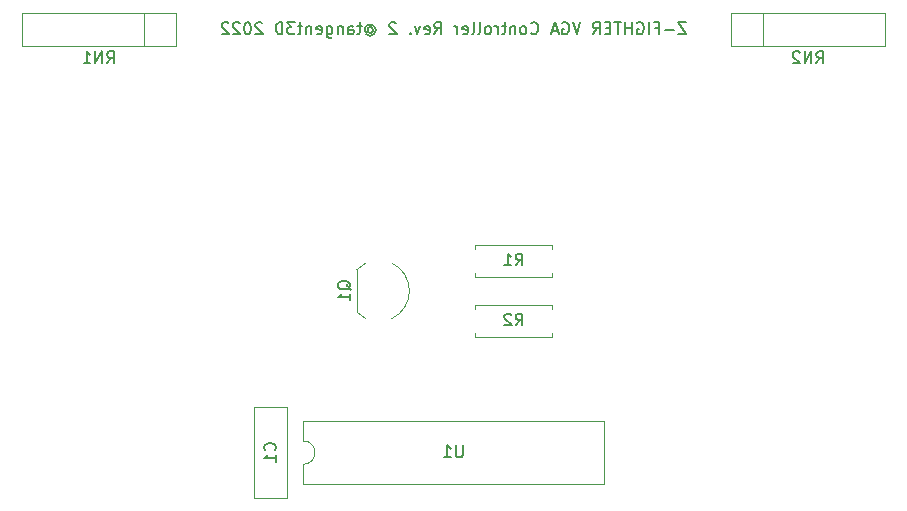
<source format=gbo>
%TF.GenerationSoftware,KiCad,Pcbnew,5.1.10*%
%TF.CreationDate,2022-04-10T17:33:05-07:00*%
%TF.ProjectId,zf_vga_controller,7a665f76-6761-45f6-936f-6e74726f6c6c,rev?*%
%TF.SameCoordinates,Original*%
%TF.FileFunction,Legend,Bot*%
%TF.FilePolarity,Positive*%
%FSLAX46Y46*%
G04 Gerber Fmt 4.6, Leading zero omitted, Abs format (unit mm)*
G04 Created by KiCad (PCBNEW 5.1.10) date 2022-04-10 17:33:05*
%MOMM*%
%LPD*%
G01*
G04 APERTURE LIST*
%ADD10C,0.150000*%
%ADD11C,0.120000*%
G04 APERTURE END LIST*
D10*
X209690476Y-32384880D02*
X209023809Y-32384880D01*
X209690476Y-33384880D01*
X209023809Y-33384880D01*
X208642857Y-33003928D02*
X207880952Y-33003928D01*
X207071428Y-32861071D02*
X207404761Y-32861071D01*
X207404761Y-33384880D02*
X207404761Y-32384880D01*
X206928571Y-32384880D01*
X206547619Y-33384880D02*
X206547619Y-32384880D01*
X205547619Y-32432500D02*
X205642857Y-32384880D01*
X205785714Y-32384880D01*
X205928571Y-32432500D01*
X206023809Y-32527738D01*
X206071428Y-32622976D01*
X206119047Y-32813452D01*
X206119047Y-32956309D01*
X206071428Y-33146785D01*
X206023809Y-33242023D01*
X205928571Y-33337261D01*
X205785714Y-33384880D01*
X205690476Y-33384880D01*
X205547619Y-33337261D01*
X205500000Y-33289642D01*
X205500000Y-32956309D01*
X205690476Y-32956309D01*
X205071428Y-33384880D02*
X205071428Y-32384880D01*
X205071428Y-32861071D02*
X204500000Y-32861071D01*
X204500000Y-33384880D02*
X204500000Y-32384880D01*
X204166666Y-32384880D02*
X203595238Y-32384880D01*
X203880952Y-33384880D02*
X203880952Y-32384880D01*
X203261904Y-32861071D02*
X202928571Y-32861071D01*
X202785714Y-33384880D02*
X203261904Y-33384880D01*
X203261904Y-32384880D01*
X202785714Y-32384880D01*
X201785714Y-33384880D02*
X202119047Y-32908690D01*
X202357142Y-33384880D02*
X202357142Y-32384880D01*
X201976190Y-32384880D01*
X201880952Y-32432500D01*
X201833333Y-32480119D01*
X201785714Y-32575357D01*
X201785714Y-32718214D01*
X201833333Y-32813452D01*
X201880952Y-32861071D01*
X201976190Y-32908690D01*
X202357142Y-32908690D01*
X200738095Y-32384880D02*
X200404761Y-33384880D01*
X200071428Y-32384880D01*
X199214285Y-32432500D02*
X199309523Y-32384880D01*
X199452380Y-32384880D01*
X199595238Y-32432500D01*
X199690476Y-32527738D01*
X199738095Y-32622976D01*
X199785714Y-32813452D01*
X199785714Y-32956309D01*
X199738095Y-33146785D01*
X199690476Y-33242023D01*
X199595238Y-33337261D01*
X199452380Y-33384880D01*
X199357142Y-33384880D01*
X199214285Y-33337261D01*
X199166666Y-33289642D01*
X199166666Y-32956309D01*
X199357142Y-32956309D01*
X198785714Y-33099166D02*
X198309523Y-33099166D01*
X198880952Y-33384880D02*
X198547619Y-32384880D01*
X198214285Y-33384880D01*
X196547619Y-33289642D02*
X196595238Y-33337261D01*
X196738095Y-33384880D01*
X196833333Y-33384880D01*
X196976190Y-33337261D01*
X197071428Y-33242023D01*
X197119047Y-33146785D01*
X197166666Y-32956309D01*
X197166666Y-32813452D01*
X197119047Y-32622976D01*
X197071428Y-32527738D01*
X196976190Y-32432500D01*
X196833333Y-32384880D01*
X196738095Y-32384880D01*
X196595238Y-32432500D01*
X196547619Y-32480119D01*
X195976190Y-33384880D02*
X196071428Y-33337261D01*
X196119047Y-33289642D01*
X196166666Y-33194404D01*
X196166666Y-32908690D01*
X196119047Y-32813452D01*
X196071428Y-32765833D01*
X195976190Y-32718214D01*
X195833333Y-32718214D01*
X195738095Y-32765833D01*
X195690476Y-32813452D01*
X195642857Y-32908690D01*
X195642857Y-33194404D01*
X195690476Y-33289642D01*
X195738095Y-33337261D01*
X195833333Y-33384880D01*
X195976190Y-33384880D01*
X195214285Y-32718214D02*
X195214285Y-33384880D01*
X195214285Y-32813452D02*
X195166666Y-32765833D01*
X195071428Y-32718214D01*
X194928571Y-32718214D01*
X194833333Y-32765833D01*
X194785714Y-32861071D01*
X194785714Y-33384880D01*
X194452380Y-32718214D02*
X194071428Y-32718214D01*
X194309523Y-32384880D02*
X194309523Y-33242023D01*
X194261904Y-33337261D01*
X194166666Y-33384880D01*
X194071428Y-33384880D01*
X193738095Y-33384880D02*
X193738095Y-32718214D01*
X193738095Y-32908690D02*
X193690476Y-32813452D01*
X193642857Y-32765833D01*
X193547619Y-32718214D01*
X193452380Y-32718214D01*
X192976190Y-33384880D02*
X193071428Y-33337261D01*
X193119047Y-33289642D01*
X193166666Y-33194404D01*
X193166666Y-32908690D01*
X193119047Y-32813452D01*
X193071428Y-32765833D01*
X192976190Y-32718214D01*
X192833333Y-32718214D01*
X192738095Y-32765833D01*
X192690476Y-32813452D01*
X192642857Y-32908690D01*
X192642857Y-33194404D01*
X192690476Y-33289642D01*
X192738095Y-33337261D01*
X192833333Y-33384880D01*
X192976190Y-33384880D01*
X192071428Y-33384880D02*
X192166666Y-33337261D01*
X192214285Y-33242023D01*
X192214285Y-32384880D01*
X191547619Y-33384880D02*
X191642857Y-33337261D01*
X191690476Y-33242023D01*
X191690476Y-32384880D01*
X190785714Y-33337261D02*
X190880952Y-33384880D01*
X191071428Y-33384880D01*
X191166666Y-33337261D01*
X191214285Y-33242023D01*
X191214285Y-32861071D01*
X191166666Y-32765833D01*
X191071428Y-32718214D01*
X190880952Y-32718214D01*
X190785714Y-32765833D01*
X190738095Y-32861071D01*
X190738095Y-32956309D01*
X191214285Y-33051547D01*
X190309523Y-33384880D02*
X190309523Y-32718214D01*
X190309523Y-32908690D02*
X190261904Y-32813452D01*
X190214285Y-32765833D01*
X190119047Y-32718214D01*
X190023809Y-32718214D01*
X188357142Y-33384880D02*
X188690476Y-32908690D01*
X188928571Y-33384880D02*
X188928571Y-32384880D01*
X188547619Y-32384880D01*
X188452380Y-32432500D01*
X188404761Y-32480119D01*
X188357142Y-32575357D01*
X188357142Y-32718214D01*
X188404761Y-32813452D01*
X188452380Y-32861071D01*
X188547619Y-32908690D01*
X188928571Y-32908690D01*
X187547619Y-33337261D02*
X187642857Y-33384880D01*
X187833333Y-33384880D01*
X187928571Y-33337261D01*
X187976190Y-33242023D01*
X187976190Y-32861071D01*
X187928571Y-32765833D01*
X187833333Y-32718214D01*
X187642857Y-32718214D01*
X187547619Y-32765833D01*
X187500000Y-32861071D01*
X187500000Y-32956309D01*
X187976190Y-33051547D01*
X187166666Y-32718214D02*
X186928571Y-33384880D01*
X186690476Y-32718214D01*
X186309523Y-33289642D02*
X186261904Y-33337261D01*
X186309523Y-33384880D01*
X186357142Y-33337261D01*
X186309523Y-33289642D01*
X186309523Y-33384880D01*
X185119047Y-32480119D02*
X185071428Y-32432500D01*
X184976190Y-32384880D01*
X184738095Y-32384880D01*
X184642857Y-32432500D01*
X184595238Y-32480119D01*
X184547619Y-32575357D01*
X184547619Y-32670595D01*
X184595238Y-32813452D01*
X185166666Y-33384880D01*
X184547619Y-33384880D01*
X182738095Y-32908690D02*
X182785714Y-32861071D01*
X182880952Y-32813452D01*
X182976190Y-32813452D01*
X183071428Y-32861071D01*
X183119047Y-32908690D01*
X183166666Y-33003928D01*
X183166666Y-33099166D01*
X183119047Y-33194404D01*
X183071428Y-33242023D01*
X182976190Y-33289642D01*
X182880952Y-33289642D01*
X182785714Y-33242023D01*
X182738095Y-33194404D01*
X182738095Y-32813452D02*
X182738095Y-33194404D01*
X182690476Y-33242023D01*
X182642857Y-33242023D01*
X182547619Y-33194404D01*
X182500000Y-33099166D01*
X182500000Y-32861071D01*
X182595238Y-32718214D01*
X182738095Y-32622976D01*
X182928571Y-32575357D01*
X183119047Y-32622976D01*
X183261904Y-32718214D01*
X183357142Y-32861071D01*
X183404761Y-33051547D01*
X183357142Y-33242023D01*
X183261904Y-33384880D01*
X183119047Y-33480119D01*
X182928571Y-33527738D01*
X182738095Y-33480119D01*
X182595238Y-33384880D01*
X182214285Y-32718214D02*
X181833333Y-32718214D01*
X182071428Y-32384880D02*
X182071428Y-33242023D01*
X182023809Y-33337261D01*
X181928571Y-33384880D01*
X181833333Y-33384880D01*
X181071428Y-33384880D02*
X181071428Y-32861071D01*
X181119047Y-32765833D01*
X181214285Y-32718214D01*
X181404761Y-32718214D01*
X181500000Y-32765833D01*
X181071428Y-33337261D02*
X181166666Y-33384880D01*
X181404761Y-33384880D01*
X181500000Y-33337261D01*
X181547619Y-33242023D01*
X181547619Y-33146785D01*
X181500000Y-33051547D01*
X181404761Y-33003928D01*
X181166666Y-33003928D01*
X181071428Y-32956309D01*
X180595238Y-32718214D02*
X180595238Y-33384880D01*
X180595238Y-32813452D02*
X180547619Y-32765833D01*
X180452380Y-32718214D01*
X180309523Y-32718214D01*
X180214285Y-32765833D01*
X180166666Y-32861071D01*
X180166666Y-33384880D01*
X179261904Y-32718214D02*
X179261904Y-33527738D01*
X179309523Y-33622976D01*
X179357142Y-33670595D01*
X179452380Y-33718214D01*
X179595238Y-33718214D01*
X179690476Y-33670595D01*
X179261904Y-33337261D02*
X179357142Y-33384880D01*
X179547619Y-33384880D01*
X179642857Y-33337261D01*
X179690476Y-33289642D01*
X179738095Y-33194404D01*
X179738095Y-32908690D01*
X179690476Y-32813452D01*
X179642857Y-32765833D01*
X179547619Y-32718214D01*
X179357142Y-32718214D01*
X179261904Y-32765833D01*
X178404761Y-33337261D02*
X178500000Y-33384880D01*
X178690476Y-33384880D01*
X178785714Y-33337261D01*
X178833333Y-33242023D01*
X178833333Y-32861071D01*
X178785714Y-32765833D01*
X178690476Y-32718214D01*
X178500000Y-32718214D01*
X178404761Y-32765833D01*
X178357142Y-32861071D01*
X178357142Y-32956309D01*
X178833333Y-33051547D01*
X177928571Y-32718214D02*
X177928571Y-33384880D01*
X177928571Y-32813452D02*
X177880952Y-32765833D01*
X177785714Y-32718214D01*
X177642857Y-32718214D01*
X177547619Y-32765833D01*
X177500000Y-32861071D01*
X177500000Y-33384880D01*
X177166666Y-32718214D02*
X176785714Y-32718214D01*
X177023809Y-32384880D02*
X177023809Y-33242023D01*
X176976190Y-33337261D01*
X176880952Y-33384880D01*
X176785714Y-33384880D01*
X176547619Y-32384880D02*
X175928571Y-32384880D01*
X176261904Y-32765833D01*
X176119047Y-32765833D01*
X176023809Y-32813452D01*
X175976190Y-32861071D01*
X175928571Y-32956309D01*
X175928571Y-33194404D01*
X175976190Y-33289642D01*
X176023809Y-33337261D01*
X176119047Y-33384880D01*
X176404761Y-33384880D01*
X176500000Y-33337261D01*
X176547619Y-33289642D01*
X175500000Y-33384880D02*
X175500000Y-32384880D01*
X175261904Y-32384880D01*
X175119047Y-32432500D01*
X175023809Y-32527738D01*
X174976190Y-32622976D01*
X174928571Y-32813452D01*
X174928571Y-32956309D01*
X174976190Y-33146785D01*
X175023809Y-33242023D01*
X175119047Y-33337261D01*
X175261904Y-33384880D01*
X175500000Y-33384880D01*
X173785714Y-32480119D02*
X173738095Y-32432500D01*
X173642857Y-32384880D01*
X173404761Y-32384880D01*
X173309523Y-32432500D01*
X173261904Y-32480119D01*
X173214285Y-32575357D01*
X173214285Y-32670595D01*
X173261904Y-32813452D01*
X173833333Y-33384880D01*
X173214285Y-33384880D01*
X172595238Y-32384880D02*
X172500000Y-32384880D01*
X172404761Y-32432500D01*
X172357142Y-32480119D01*
X172309523Y-32575357D01*
X172261904Y-32765833D01*
X172261904Y-33003928D01*
X172309523Y-33194404D01*
X172357142Y-33289642D01*
X172404761Y-33337261D01*
X172500000Y-33384880D01*
X172595238Y-33384880D01*
X172690476Y-33337261D01*
X172738095Y-33289642D01*
X172785714Y-33194404D01*
X172833333Y-33003928D01*
X172833333Y-32765833D01*
X172785714Y-32575357D01*
X172738095Y-32480119D01*
X172690476Y-32432500D01*
X172595238Y-32384880D01*
X171880952Y-32480119D02*
X171833333Y-32432500D01*
X171738095Y-32384880D01*
X171500000Y-32384880D01*
X171404761Y-32432500D01*
X171357142Y-32480119D01*
X171309523Y-32575357D01*
X171309523Y-32670595D01*
X171357142Y-32813452D01*
X171928571Y-33384880D01*
X171309523Y-33384880D01*
X170928571Y-32480119D02*
X170880952Y-32432500D01*
X170785714Y-32384880D01*
X170547619Y-32384880D01*
X170452380Y-32432500D01*
X170404761Y-32480119D01*
X170357142Y-32575357D01*
X170357142Y-32670595D01*
X170404761Y-32813452D01*
X170976190Y-33384880D01*
X170357142Y-33384880D01*
D11*
%TO.C,C1*%
X175870000Y-72670000D02*
X175870000Y-64930000D01*
X173130000Y-72670000D02*
X173130000Y-64930000D01*
X175870000Y-72670000D02*
X173130000Y-72670000D01*
X175870000Y-64930000D02*
X173130000Y-64930000D01*
%TO.C,Q1*%
X181805000Y-56921698D02*
X181805000Y-53321698D01*
X182532205Y-57445882D02*
G75*
G02*
X181805000Y-56921698I1122795J2324184D01*
G01*
X184753807Y-57478098D02*
G75*
G03*
X186255000Y-55121698I-1098807J2356400D01*
G01*
X184753807Y-52765298D02*
G75*
G02*
X186255000Y-55121698I-1098807J-2356400D01*
G01*
X182532205Y-52797514D02*
G75*
G03*
X181805000Y-53321698I1122795J-2324184D01*
G01*
%TO.C,R1*%
X191815000Y-53951698D02*
X191815000Y-53621698D01*
X198355000Y-53951698D02*
X191815000Y-53951698D01*
X198355000Y-53621698D02*
X198355000Y-53951698D01*
X191815000Y-51211698D02*
X191815000Y-51541698D01*
X198355000Y-51211698D02*
X191815000Y-51211698D01*
X198355000Y-51541698D02*
X198355000Y-51211698D01*
%TO.C,R2*%
X198355000Y-56621698D02*
X198355000Y-56291698D01*
X198355000Y-56291698D02*
X191815000Y-56291698D01*
X191815000Y-56291698D02*
X191815000Y-56621698D01*
X198355000Y-58701698D02*
X198355000Y-59031698D01*
X198355000Y-59031698D02*
X191815000Y-59031698D01*
X191815000Y-59031698D02*
X191815000Y-58701698D01*
%TO.C,U1*%
X177245000Y-71460000D02*
X177245000Y-69810000D01*
X202765000Y-71460000D02*
X177245000Y-71460000D01*
X202765000Y-66160000D02*
X202765000Y-71460000D01*
X177245000Y-66160000D02*
X202765000Y-66160000D01*
X177245000Y-67810000D02*
X177245000Y-66160000D01*
X177245000Y-69810000D02*
G75*
G03*
X177245000Y-67810000I0J1000000D01*
G01*
%TO.C,RN1*%
X163810000Y-31600000D02*
X163810000Y-34400000D01*
X153480000Y-31600000D02*
X166520000Y-31600000D01*
X153480000Y-34400000D02*
X153480000Y-31600000D01*
X166520000Y-34400000D02*
X153480000Y-34400000D01*
X166520000Y-31600000D02*
X166520000Y-34400000D01*
%TO.C,RN2*%
X213480000Y-34400000D02*
X213480000Y-31600000D01*
X213480000Y-31600000D02*
X226520000Y-31600000D01*
X226520000Y-31600000D02*
X226520000Y-34400000D01*
X226520000Y-34400000D02*
X213480000Y-34400000D01*
X216190000Y-34400000D02*
X216190000Y-31600000D01*
%TO.C,C1*%
D10*
X174857142Y-68633333D02*
X174904761Y-68585714D01*
X174952380Y-68442857D01*
X174952380Y-68347619D01*
X174904761Y-68204761D01*
X174809523Y-68109523D01*
X174714285Y-68061904D01*
X174523809Y-68014285D01*
X174380952Y-68014285D01*
X174190476Y-68061904D01*
X174095238Y-68109523D01*
X174000000Y-68204761D01*
X173952380Y-68347619D01*
X173952380Y-68442857D01*
X174000000Y-68585714D01*
X174047619Y-68633333D01*
X174952380Y-69585714D02*
X174952380Y-69014285D01*
X174952380Y-69300000D02*
X173952380Y-69300000D01*
X174095238Y-69204761D01*
X174190476Y-69109523D01*
X174238095Y-69014285D01*
%TO.C,Q1*%
X181297619Y-55026459D02*
X181250000Y-54931221D01*
X181154761Y-54835983D01*
X181011904Y-54693126D01*
X180964285Y-54597888D01*
X180964285Y-54502650D01*
X181202380Y-54550269D02*
X181154761Y-54455031D01*
X181059523Y-54359793D01*
X180869047Y-54312174D01*
X180535714Y-54312174D01*
X180345238Y-54359793D01*
X180250000Y-54455031D01*
X180202380Y-54550269D01*
X180202380Y-54740745D01*
X180250000Y-54835983D01*
X180345238Y-54931221D01*
X180535714Y-54978840D01*
X180869047Y-54978840D01*
X181059523Y-54931221D01*
X181154761Y-54835983D01*
X181202380Y-54740745D01*
X181202380Y-54550269D01*
X181202380Y-55931221D02*
X181202380Y-55359793D01*
X181202380Y-55645507D02*
X180202380Y-55645507D01*
X180345238Y-55550269D01*
X180440476Y-55455031D01*
X180488095Y-55359793D01*
%TO.C,R1*%
X195251666Y-52966578D02*
X195585000Y-52490388D01*
X195823095Y-52966578D02*
X195823095Y-51966578D01*
X195442142Y-51966578D01*
X195346904Y-52014198D01*
X195299285Y-52061817D01*
X195251666Y-52157055D01*
X195251666Y-52299912D01*
X195299285Y-52395150D01*
X195346904Y-52442769D01*
X195442142Y-52490388D01*
X195823095Y-52490388D01*
X194299285Y-52966578D02*
X194870714Y-52966578D01*
X194585000Y-52966578D02*
X194585000Y-51966578D01*
X194680238Y-52109436D01*
X194775476Y-52204674D01*
X194870714Y-52252293D01*
%TO.C,R2*%
X195251666Y-58046578D02*
X195585000Y-57570388D01*
X195823095Y-58046578D02*
X195823095Y-57046578D01*
X195442142Y-57046578D01*
X195346904Y-57094198D01*
X195299285Y-57141817D01*
X195251666Y-57237055D01*
X195251666Y-57379912D01*
X195299285Y-57475150D01*
X195346904Y-57522769D01*
X195442142Y-57570388D01*
X195823095Y-57570388D01*
X194870714Y-57141817D02*
X194823095Y-57094198D01*
X194727857Y-57046578D01*
X194489761Y-57046578D01*
X194394523Y-57094198D01*
X194346904Y-57141817D01*
X194299285Y-57237055D01*
X194299285Y-57332293D01*
X194346904Y-57475150D01*
X194918333Y-58046578D01*
X194299285Y-58046578D01*
%TO.C,U1*%
X190761904Y-68202380D02*
X190761904Y-69011904D01*
X190714285Y-69107142D01*
X190666666Y-69154761D01*
X190571428Y-69202380D01*
X190380952Y-69202380D01*
X190285714Y-69154761D01*
X190238095Y-69107142D01*
X190190476Y-69011904D01*
X190190476Y-68202380D01*
X189190476Y-69202380D02*
X189761904Y-69202380D01*
X189476190Y-69202380D02*
X189476190Y-68202380D01*
X189571428Y-68345238D01*
X189666666Y-68440476D01*
X189761904Y-68488095D01*
%TO.C,RN1*%
X160670476Y-35852380D02*
X161003809Y-35376190D01*
X161241904Y-35852380D02*
X161241904Y-34852380D01*
X160860952Y-34852380D01*
X160765714Y-34900000D01*
X160718095Y-34947619D01*
X160670476Y-35042857D01*
X160670476Y-35185714D01*
X160718095Y-35280952D01*
X160765714Y-35328571D01*
X160860952Y-35376190D01*
X161241904Y-35376190D01*
X160241904Y-35852380D02*
X160241904Y-34852380D01*
X159670476Y-35852380D01*
X159670476Y-34852380D01*
X158670476Y-35852380D02*
X159241904Y-35852380D01*
X158956190Y-35852380D02*
X158956190Y-34852380D01*
X159051428Y-34995238D01*
X159146666Y-35090476D01*
X159241904Y-35138095D01*
%TO.C,RN2*%
X220710476Y-35852380D02*
X221043809Y-35376190D01*
X221281904Y-35852380D02*
X221281904Y-34852380D01*
X220900952Y-34852380D01*
X220805714Y-34900000D01*
X220758095Y-34947619D01*
X220710476Y-35042857D01*
X220710476Y-35185714D01*
X220758095Y-35280952D01*
X220805714Y-35328571D01*
X220900952Y-35376190D01*
X221281904Y-35376190D01*
X220281904Y-35852380D02*
X220281904Y-34852380D01*
X219710476Y-35852380D01*
X219710476Y-34852380D01*
X219281904Y-34947619D02*
X219234285Y-34900000D01*
X219139047Y-34852380D01*
X218900952Y-34852380D01*
X218805714Y-34900000D01*
X218758095Y-34947619D01*
X218710476Y-35042857D01*
X218710476Y-35138095D01*
X218758095Y-35280952D01*
X219329523Y-35852380D01*
X218710476Y-35852380D01*
%TD*%
M02*

</source>
